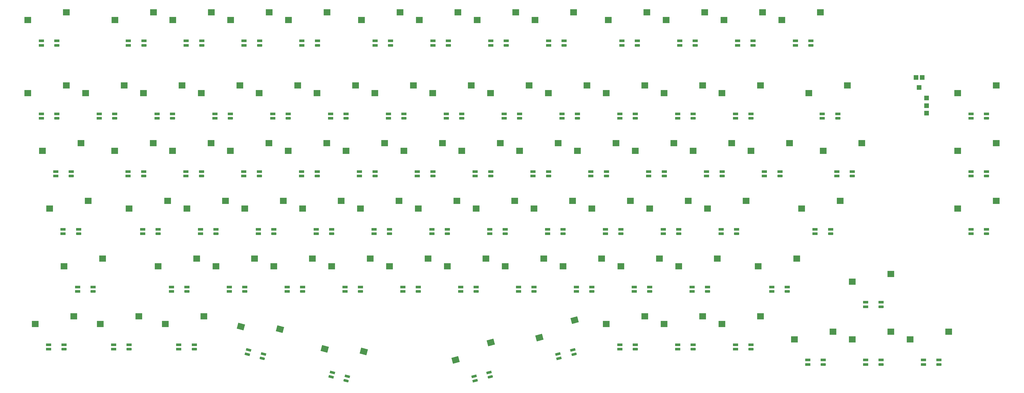
<source format=gbr>
%TF.GenerationSoftware,KiCad,Pcbnew,(6.0.7)*%
%TF.CreationDate,2022-12-11T22:06:55+01:00*%
%TF.ProjectId,middle,6d696464-6c65-42e6-9b69-6361645f7063,rev?*%
%TF.SameCoordinates,Original*%
%TF.FileFunction,Paste,Bot*%
%TF.FilePolarity,Positive*%
%FSLAX46Y46*%
G04 Gerber Fmt 4.6, Leading zero omitted, Abs format (unit mm)*
G04 Created by KiCad (PCBNEW (6.0.7)) date 2022-12-11 22:06:55*
%MOMM*%
%LPD*%
G01*
G04 APERTURE LIST*
G04 Aperture macros list*
%AMRoundRect*
0 Rectangle with rounded corners*
0 $1 Rounding radius*
0 $2 $3 $4 $5 $6 $7 $8 $9 X,Y pos of 4 corners*
0 Add a 4 corners polygon primitive as box body*
4,1,4,$2,$3,$4,$5,$6,$7,$8,$9,$2,$3,0*
0 Add four circle primitives for the rounded corners*
1,1,$1+$1,$2,$3*
1,1,$1+$1,$4,$5*
1,1,$1+$1,$6,$7*
1,1,$1+$1,$8,$9*
0 Add four rect primitives between the rounded corners*
20,1,$1+$1,$2,$3,$4,$5,0*
20,1,$1+$1,$4,$5,$6,$7,0*
20,1,$1+$1,$6,$7,$8,$9,0*
20,1,$1+$1,$8,$9,$2,$3,0*%
%AMRotRect*
0 Rectangle, with rotation*
0 The origin of the aperture is its center*
0 $1 length*
0 $2 width*
0 $3 Rotation angle, in degrees counterclockwise*
0 Add horizontal line*
21,1,$1,$2,0,0,$3*%
G04 Aperture macros list end*
%ADD10R,2.300000X2.000000*%
%ADD11R,1.700000X0.820000*%
%ADD12RoundRect,0.205000X-0.645000X-0.205000X0.645000X-0.205000X0.645000X0.205000X-0.645000X0.205000X0*%
%ADD13RotRect,2.300000X2.000000X165.000000*%
%ADD14RotRect,1.700000X0.820000X345.000000*%
%ADD15RoundRect,0.205000X-0.676080X-0.031077X0.569964X-0.364953X0.676080X0.031077X-0.569964X0.364953X0*%
%ADD16RotRect,2.300000X2.000000X195.000000*%
%ADD17RotRect,1.700000X0.820000X15.000000*%
%ADD18RoundRect,0.205000X-0.569964X-0.364953X0.676080X-0.031077X0.569964X0.364953X-0.676080X0.031077X0*%
%ADD19R,1.500000X1.500000*%
G04 APERTURE END LIST*
D10*
%TO.C,KD13*%
X357700000Y-93615000D03*
X370400000Y-91075000D03*
D11*
X362150000Y-100445000D03*
X362150000Y-101945000D03*
D12*
X367250000Y-101945000D03*
D11*
X367250000Y-100445000D03*
%TD*%
D10*
%TO.C,KA5*%
X161425000Y-69515000D03*
X174125000Y-66975000D03*
D11*
X165875000Y-76345000D03*
X165875000Y-77845000D03*
D12*
X170975000Y-77845000D03*
D11*
X170975000Y-76345000D03*
%TD*%
D10*
%TO.C,KF9*%
X280125000Y-169815000D03*
X292825000Y-167275000D03*
D11*
X284575000Y-176645000D03*
X284575000Y-178145000D03*
D12*
X289675000Y-178145000D03*
D11*
X289675000Y-176645000D03*
%TD*%
D10*
%TO.C,KC7*%
X194400000Y-112665000D03*
X207100000Y-110125000D03*
D11*
X198850000Y-119495000D03*
X198850000Y-120995000D03*
D12*
X203950000Y-120995000D03*
D11*
X203950000Y-119495000D03*
%TD*%
D10*
%TO.C,KE11*%
X292031250Y-150765000D03*
X304731250Y-148225000D03*
D11*
X296481250Y-157595000D03*
X296481250Y-159095000D03*
D12*
X301581250Y-159095000D03*
D11*
X301581250Y-157595000D03*
%TD*%
D10*
%TO.C,KC9*%
X232500000Y-112665000D03*
X245200000Y-110125000D03*
D11*
X236950000Y-119495000D03*
X236950000Y-120995000D03*
D12*
X242050000Y-120995000D03*
D11*
X242050000Y-119495000D03*
%TD*%
D10*
%TO.C,KB9*%
X222975000Y-93615000D03*
X235675000Y-91075000D03*
D11*
X227425000Y-100445000D03*
X227425000Y-101945000D03*
D12*
X232525000Y-101945000D03*
D11*
X232525000Y-100445000D03*
%TD*%
D13*
%TO.C,KF3*%
X121654486Y-170639392D03*
X134579145Y-171472942D03*
D14*
X124185122Y-178388410D03*
X123796894Y-179837299D03*
D15*
X128723115Y-181157276D03*
D14*
X129111344Y-179708387D03*
%TD*%
D10*
%TO.C,KB0*%
X51525000Y-93615000D03*
X64225000Y-91075000D03*
D11*
X55975000Y-100445000D03*
X55975000Y-101945000D03*
D12*
X61075000Y-101945000D03*
D11*
X61075000Y-100445000D03*
%TD*%
D10*
%TO.C,KC2*%
X99150000Y-112665000D03*
X111850000Y-110125000D03*
D11*
X103600000Y-119495000D03*
X103600000Y-120995000D03*
D12*
X108700000Y-120995000D03*
D11*
X108700000Y-119495000D03*
%TD*%
D10*
%TO.C,KD7*%
X199162500Y-131715000D03*
X211862500Y-129175000D03*
D11*
X203612500Y-138545000D03*
X203612500Y-140045000D03*
D12*
X208712500Y-140045000D03*
D11*
X208712500Y-138545000D03*
%TD*%
D10*
%TO.C,KA7*%
X199525000Y-69515000D03*
X212225000Y-66975000D03*
D11*
X203975000Y-76345000D03*
X203975000Y-77845000D03*
D12*
X209075000Y-77845000D03*
D11*
X209075000Y-76345000D03*
%TD*%
D10*
%TO.C,KC3*%
X118200000Y-112665000D03*
X130900000Y-110125000D03*
D11*
X122650000Y-119495000D03*
X122650000Y-120995000D03*
D12*
X127750000Y-120995000D03*
D11*
X127750000Y-119495000D03*
%TD*%
D10*
%TO.C,KA10*%
X261725000Y-69515000D03*
X274425000Y-66975000D03*
D11*
X266175000Y-76345000D03*
X266175000Y-77845000D03*
D12*
X271275000Y-77845000D03*
D11*
X271275000Y-76345000D03*
%TD*%
D10*
%TO.C,KC5*%
X156300000Y-112665000D03*
X169000000Y-110125000D03*
D11*
X160750000Y-119495000D03*
X160750000Y-120995000D03*
D12*
X165850000Y-120995000D03*
D11*
X165850000Y-119495000D03*
%TD*%
D10*
%TO.C,KF11*%
X322987500Y-174865000D03*
X335687500Y-172325000D03*
D11*
X327437500Y-181695000D03*
X327437500Y-183195000D03*
D12*
X332537500Y-183195000D03*
D11*
X332537500Y-181695000D03*
%TD*%
D10*
%TO.C,KE7*%
X208687500Y-150765000D03*
X221387500Y-148225000D03*
D11*
X213137500Y-157595000D03*
X213137500Y-159095000D03*
D12*
X218237500Y-159095000D03*
D11*
X218237500Y-157595000D03*
%TD*%
D10*
%TO.C,KF12*%
X342037500Y-174865000D03*
X354737500Y-172325000D03*
D11*
X346487500Y-181695000D03*
X346487500Y-183195000D03*
D12*
X351587500Y-183195000D03*
D11*
X351587500Y-181695000D03*
%TD*%
D10*
%TO.C,KE5*%
X170587500Y-150765000D03*
X183287500Y-148225000D03*
D11*
X175037500Y-157595000D03*
X175037500Y-159095000D03*
D12*
X180137500Y-159095000D03*
D11*
X180137500Y-157595000D03*
%TD*%
D10*
%TO.C,KB5*%
X146775000Y-93615000D03*
X159475000Y-91075000D03*
D11*
X151225000Y-100445000D03*
X151225000Y-101945000D03*
D12*
X156325000Y-101945000D03*
D11*
X156325000Y-100445000D03*
%TD*%
D10*
%TO.C,KD10*%
X256312500Y-131715000D03*
X269012500Y-129175000D03*
D11*
X260762500Y-138545000D03*
X260762500Y-140045000D03*
D12*
X265862500Y-140045000D03*
D11*
X265862500Y-138545000D03*
%TD*%
D10*
%TO.C,KA0*%
X51525000Y-69515000D03*
X64225000Y-66975000D03*
D11*
X55975000Y-76345000D03*
X55975000Y-77845000D03*
D12*
X61075000Y-77845000D03*
D11*
X61075000Y-76345000D03*
%TD*%
D10*
%TO.C,KD1*%
X84862500Y-131715000D03*
X97562500Y-129175000D03*
D11*
X89312500Y-138545000D03*
X89312500Y-140045000D03*
D12*
X94412500Y-140045000D03*
D11*
X94412500Y-138545000D03*
%TD*%
D10*
%TO.C,KB10*%
X242025000Y-93615000D03*
X254725000Y-91075000D03*
D11*
X246475000Y-100445000D03*
X246475000Y-101945000D03*
D12*
X251575000Y-101945000D03*
D11*
X251575000Y-100445000D03*
%TD*%
D10*
%TO.C,KC11*%
X270600000Y-112665000D03*
X283300000Y-110125000D03*
D11*
X275050000Y-119495000D03*
X275050000Y-120995000D03*
D12*
X280150000Y-120995000D03*
D11*
X280150000Y-119495000D03*
%TD*%
D10*
%TO.C,KF1*%
X75337500Y-169815000D03*
X88037500Y-167275000D03*
D11*
X79787500Y-176645000D03*
X79787500Y-178145000D03*
D12*
X84887500Y-178145000D03*
D11*
X84887500Y-176645000D03*
%TD*%
D10*
%TO.C,KE6*%
X189637500Y-150765000D03*
X202337500Y-148225000D03*
D11*
X194087500Y-157595000D03*
X194087500Y-159095000D03*
D12*
X199187500Y-159095000D03*
D11*
X199187500Y-157595000D03*
%TD*%
D10*
%TO.C,KA3*%
X118275000Y-69515000D03*
X130975000Y-66975000D03*
D11*
X122725000Y-76345000D03*
X122725000Y-77845000D03*
D12*
X127825000Y-77845000D03*
D11*
X127825000Y-76345000D03*
%TD*%
D10*
%TO.C,KE4*%
X151537500Y-150765000D03*
X164237500Y-148225000D03*
D11*
X155987500Y-157595000D03*
X155987500Y-159095000D03*
D12*
X161087500Y-159095000D03*
D11*
X161087500Y-157595000D03*
%TD*%
D10*
%TO.C,KD11*%
X275362500Y-131715000D03*
X288062500Y-129175000D03*
D11*
X279812500Y-138545000D03*
X279812500Y-140045000D03*
D12*
X284912500Y-140045000D03*
D11*
X284912500Y-138545000D03*
%TD*%
D10*
%TO.C,KD8*%
X218212500Y-131715000D03*
X230912500Y-129175000D03*
D11*
X222662500Y-138545000D03*
X222662500Y-140045000D03*
D12*
X227762500Y-140045000D03*
D11*
X227762500Y-138545000D03*
%TD*%
D10*
%TO.C,KF0*%
X53906250Y-169815000D03*
X66606250Y-167275000D03*
D11*
X58356250Y-176645000D03*
X58356250Y-178145000D03*
D12*
X63456250Y-178145000D03*
D11*
X63456250Y-176645000D03*
%TD*%
D10*
%TO.C,KE3*%
X132487500Y-150765000D03*
X145187500Y-148225000D03*
D11*
X136937500Y-157595000D03*
X136937500Y-159095000D03*
D12*
X142037500Y-159095000D03*
D11*
X142037500Y-157595000D03*
%TD*%
D10*
%TO.C,KF10*%
X303937500Y-174865000D03*
X316637500Y-172325000D03*
D11*
X308387500Y-181695000D03*
X308387500Y-183195000D03*
D12*
X313487500Y-183195000D03*
D11*
X313487500Y-181695000D03*
%TD*%
D10*
%TO.C,KC0*%
X56287500Y-112665000D03*
X68987500Y-110125000D03*
D11*
X60737500Y-119495000D03*
X60737500Y-120995000D03*
D12*
X65837500Y-120995000D03*
D11*
X65837500Y-119495000D03*
%TD*%
D10*
%TO.C,KD6*%
X180112500Y-131715000D03*
X192812500Y-129175000D03*
D11*
X184562500Y-138545000D03*
X184562500Y-140045000D03*
D12*
X189662500Y-140045000D03*
D11*
X189662500Y-138545000D03*
%TD*%
D10*
%TO.C,KB2*%
X89625000Y-93615000D03*
X102325000Y-91075000D03*
D11*
X94075000Y-100445000D03*
X94075000Y-101945000D03*
D12*
X99175000Y-101945000D03*
D11*
X99175000Y-100445000D03*
%TD*%
D10*
%TO.C,KC4*%
X137250000Y-112665000D03*
X149950000Y-110125000D03*
D11*
X141700000Y-119495000D03*
X141700000Y-120995000D03*
D12*
X146800000Y-120995000D03*
D11*
X146800000Y-119495000D03*
%TD*%
D10*
%TO.C,KD0*%
X58668750Y-131715000D03*
X71368750Y-129175000D03*
D11*
X63118750Y-138545000D03*
X63118750Y-140045000D03*
D12*
X68218750Y-140045000D03*
D11*
X68218750Y-138545000D03*
%TD*%
D10*
%TO.C,KD3*%
X122962500Y-131715000D03*
X135662500Y-129175000D03*
D11*
X127412500Y-138545000D03*
X127412500Y-140045000D03*
D12*
X132512500Y-140045000D03*
D11*
X132512500Y-138545000D03*
%TD*%
D16*
%TO.C,KF5*%
X192396221Y-181658613D03*
X204006079Y-175918160D03*
D17*
X198462325Y-187104142D03*
X198850554Y-188553031D03*
D18*
X203776776Y-187233054D03*
D17*
X203388547Y-185784165D03*
%TD*%
D10*
%TO.C,KF8*%
X261075000Y-169815000D03*
X273775000Y-167275000D03*
D11*
X265525000Y-176645000D03*
X265525000Y-178145000D03*
D12*
X270625000Y-178145000D03*
D11*
X270625000Y-176645000D03*
%TD*%
D10*
%TO.C,KA11*%
X280775000Y-69515000D03*
X293475000Y-66975000D03*
D11*
X285225000Y-76345000D03*
X285225000Y-77845000D03*
D12*
X290325000Y-77845000D03*
D11*
X290325000Y-76345000D03*
%TD*%
D10*
%TO.C,KD5*%
X161062500Y-131715000D03*
X173762500Y-129175000D03*
D11*
X165512500Y-138545000D03*
X165512500Y-140045000D03*
D12*
X170612500Y-140045000D03*
D11*
X170612500Y-138545000D03*
%TD*%
D10*
%TO.C,KA9*%
X242675000Y-69515000D03*
X255375000Y-66975000D03*
D11*
X247125000Y-76345000D03*
X247125000Y-77845000D03*
D12*
X252225000Y-77845000D03*
D11*
X252225000Y-76345000D03*
%TD*%
D10*
%TO.C,KE8*%
X227737500Y-150765000D03*
X240437500Y-148225000D03*
D11*
X232187500Y-157595000D03*
X232187500Y-159095000D03*
D12*
X237287500Y-159095000D03*
D11*
X237287500Y-157595000D03*
%TD*%
D10*
%TO.C,KB3*%
X108675000Y-93615000D03*
X121375000Y-91075000D03*
D11*
X113125000Y-100445000D03*
X113125000Y-101945000D03*
D12*
X118225000Y-101945000D03*
D11*
X118225000Y-100445000D03*
%TD*%
D10*
%TO.C,KC6*%
X175350000Y-112665000D03*
X188050000Y-110125000D03*
D11*
X179800000Y-119495000D03*
X179800000Y-120995000D03*
D12*
X184900000Y-120995000D03*
D11*
X184900000Y-119495000D03*
%TD*%
D10*
%TO.C,KB8*%
X203925000Y-93615000D03*
X216625000Y-91075000D03*
D11*
X208375000Y-100445000D03*
X208375000Y-101945000D03*
D12*
X213475000Y-101945000D03*
D11*
X213475000Y-100445000D03*
%TD*%
D10*
%TO.C,KA1*%
X80175000Y-69515000D03*
X92875000Y-66975000D03*
D11*
X84625000Y-76345000D03*
X84625000Y-77845000D03*
D12*
X89725000Y-77845000D03*
D11*
X89725000Y-76345000D03*
%TD*%
D10*
%TO.C,KA12*%
X299825000Y-69515000D03*
X312525000Y-66975000D03*
D11*
X304275000Y-76345000D03*
X304275000Y-77845000D03*
D12*
X309375000Y-77845000D03*
D11*
X309375000Y-76345000D03*
%TD*%
D10*
%TO.C,KA8*%
X218575000Y-69515000D03*
X231275000Y-66975000D03*
D11*
X223025000Y-76345000D03*
X223025000Y-77845000D03*
D12*
X228125000Y-77845000D03*
D11*
X228125000Y-76345000D03*
%TD*%
D10*
%TO.C,KE2*%
X113437500Y-150765000D03*
X126137500Y-148225000D03*
D11*
X117887500Y-157595000D03*
X117887500Y-159095000D03*
D12*
X122987500Y-159095000D03*
D11*
X122987500Y-157595000D03*
%TD*%
D10*
%TO.C,KE13*%
X357700000Y-112665000D03*
X370400000Y-110125000D03*
D11*
X362150000Y-119495000D03*
X362150000Y-120995000D03*
D12*
X367250000Y-120995000D03*
D11*
X367250000Y-119495000D03*
%TD*%
D10*
%TO.C,KC8*%
X213450000Y-112665000D03*
X226150000Y-110125000D03*
D11*
X217900000Y-119495000D03*
X217900000Y-120995000D03*
D12*
X223000000Y-120995000D03*
D11*
X223000000Y-119495000D03*
%TD*%
D10*
%TO.C,KD4*%
X142012500Y-131715000D03*
X154712500Y-129175000D03*
D11*
X146462500Y-138545000D03*
X146462500Y-140045000D03*
D12*
X151562500Y-140045000D03*
D11*
X151562500Y-138545000D03*
%TD*%
D10*
%TO.C,KB11*%
X261075000Y-93615000D03*
X273775000Y-91075000D03*
D11*
X265525000Y-100445000D03*
X265525000Y-101945000D03*
D12*
X270625000Y-101945000D03*
D11*
X270625000Y-100445000D03*
%TD*%
D10*
%TO.C,KF7*%
X242025000Y-169815000D03*
X254725000Y-167275000D03*
D11*
X246475000Y-176645000D03*
X246475000Y-178145000D03*
D12*
X251575000Y-178145000D03*
D11*
X251575000Y-176645000D03*
%TD*%
D10*
%TO.C,KE0*%
X63431250Y-150765000D03*
X76131250Y-148225000D03*
D11*
X67881250Y-157595000D03*
X67881250Y-159095000D03*
D12*
X72981250Y-159095000D03*
D11*
X72981250Y-157595000D03*
%TD*%
D10*
%TO.C,KC1*%
X80100000Y-112665000D03*
X92800000Y-110125000D03*
D11*
X84550000Y-119495000D03*
X84550000Y-120995000D03*
D12*
X89650000Y-120995000D03*
D11*
X89650000Y-119495000D03*
%TD*%
D10*
%TO.C,KE1*%
X94387500Y-150765000D03*
X107087500Y-148225000D03*
D11*
X98837500Y-157595000D03*
X98837500Y-159095000D03*
D12*
X103937500Y-159095000D03*
D11*
X103937500Y-157595000D03*
%TD*%
D10*
%TO.C,KC13*%
X313462500Y-112665000D03*
X326162500Y-110125000D03*
D11*
X317912500Y-119495000D03*
X317912500Y-120995000D03*
D12*
X323012500Y-120995000D03*
D11*
X323012500Y-119495000D03*
%TD*%
D10*
%TO.C,KB13*%
X308700000Y-93615000D03*
X321400000Y-91075000D03*
D11*
X313150000Y-100445000D03*
X313150000Y-101945000D03*
D12*
X318250000Y-101945000D03*
D11*
X318250000Y-100445000D03*
%TD*%
D13*
%TO.C,KF4*%
X149255817Y-178035146D03*
X162180475Y-178868697D03*
D14*
X151786453Y-185784165D03*
X151398224Y-187233053D03*
D15*
X156324446Y-188553030D03*
D14*
X156712675Y-187104142D03*
%TD*%
D10*
%TO.C,KA4*%
X137325000Y-69515000D03*
X150025000Y-66975000D03*
D11*
X141775000Y-76345000D03*
X141775000Y-77845000D03*
D12*
X146875000Y-77845000D03*
D11*
X146875000Y-76345000D03*
%TD*%
D10*
%TO.C,KC12*%
X289650000Y-112665000D03*
X302350000Y-110125000D03*
D11*
X294100000Y-119495000D03*
X294100000Y-120995000D03*
D12*
X299200000Y-120995000D03*
D11*
X299200000Y-119495000D03*
%TD*%
D10*
%TO.C,KB12*%
X280125000Y-93615000D03*
X292825000Y-91075000D03*
D11*
X284575000Y-100445000D03*
X284575000Y-101945000D03*
D12*
X289675000Y-101945000D03*
D11*
X289675000Y-100445000D03*
%TD*%
D10*
%TO.C,KB4*%
X127725000Y-93615000D03*
X140425000Y-91075000D03*
D11*
X132175000Y-100445000D03*
X132175000Y-101945000D03*
D12*
X137275000Y-101945000D03*
D11*
X137275000Y-100445000D03*
%TD*%
D10*
%TO.C,KB6*%
X165825000Y-93615000D03*
X178525000Y-91075000D03*
D11*
X170275000Y-100445000D03*
X170275000Y-101945000D03*
D12*
X175375000Y-101945000D03*
D11*
X175375000Y-100445000D03*
%TD*%
D10*
%TO.C,KA6*%
X180475000Y-69515000D03*
X193175000Y-66975000D03*
D11*
X184925000Y-76345000D03*
X184925000Y-77845000D03*
D12*
X190025000Y-77845000D03*
D11*
X190025000Y-76345000D03*
%TD*%
D10*
%TO.C,KA2*%
X99225000Y-69515000D03*
X111925000Y-66975000D03*
D11*
X103675000Y-76345000D03*
X103675000Y-77845000D03*
D12*
X108775000Y-77845000D03*
D11*
X108775000Y-76345000D03*
%TD*%
D10*
%TO.C,KF2*%
X96768750Y-169815000D03*
X109468750Y-167275000D03*
D11*
X101218750Y-176645000D03*
X101218750Y-178145000D03*
D12*
X106318750Y-178145000D03*
D11*
X106318750Y-176645000D03*
%TD*%
D10*
%TO.C,KD2*%
X103912500Y-131715000D03*
X116612500Y-129175000D03*
D11*
X108362500Y-138545000D03*
X108362500Y-140045000D03*
D12*
X113462500Y-140045000D03*
D11*
X113462500Y-138545000D03*
%TD*%
D10*
%TO.C,KF13*%
X357700000Y-131715000D03*
X370400000Y-129175000D03*
D11*
X362150000Y-138545000D03*
X362150000Y-140045000D03*
D12*
X367250000Y-140045000D03*
D11*
X367250000Y-138545000D03*
%TD*%
D10*
%TO.C,KB7*%
X184875000Y-93615000D03*
X197575000Y-91075000D03*
D11*
X189325000Y-100445000D03*
X189325000Y-101945000D03*
D12*
X194425000Y-101945000D03*
D11*
X194425000Y-100445000D03*
%TD*%
D10*
%TO.C,KE10*%
X265837500Y-150765000D03*
X278537500Y-148225000D03*
D11*
X270287500Y-157595000D03*
X270287500Y-159095000D03*
D12*
X275387500Y-159095000D03*
D11*
X275387500Y-157595000D03*
%TD*%
D10*
%TO.C,KB1*%
X70575000Y-93615000D03*
X83275000Y-91075000D03*
D11*
X75025000Y-100445000D03*
X75025000Y-101945000D03*
D12*
X80125000Y-101945000D03*
D11*
X80125000Y-100445000D03*
%TD*%
D10*
%TO.C,KD12*%
X306318750Y-131715000D03*
X319018750Y-129175000D03*
D11*
X310768750Y-138545000D03*
X310768750Y-140045000D03*
D12*
X315868750Y-140045000D03*
D11*
X315868750Y-138545000D03*
%TD*%
D10*
%TO.C,KE9*%
X246787500Y-150765000D03*
X259487500Y-148225000D03*
D11*
X251237500Y-157595000D03*
X251237500Y-159095000D03*
D12*
X256337500Y-159095000D03*
D11*
X256337500Y-157595000D03*
%TD*%
D10*
%TO.C,KC10*%
X251550000Y-112665000D03*
X264250000Y-110125000D03*
D11*
X256000000Y-119495000D03*
X256000000Y-120995000D03*
D12*
X261100000Y-120995000D03*
D11*
X261100000Y-119495000D03*
%TD*%
D10*
%TO.C,KE12*%
X322987500Y-155815000D03*
X335687500Y-153275000D03*
D11*
X327437500Y-162645000D03*
X327437500Y-164145000D03*
D12*
X332537500Y-164145000D03*
D11*
X332537500Y-162645000D03*
%TD*%
D10*
%TO.C,KD9*%
X237262500Y-131715000D03*
X249962500Y-129175000D03*
D11*
X241712500Y-138545000D03*
X241712500Y-140045000D03*
D12*
X246812500Y-140045000D03*
D11*
X246812500Y-138545000D03*
%TD*%
D16*
%TO.C,KF6*%
X219997552Y-174262859D03*
X231607410Y-168522405D03*
D17*
X226063656Y-179708387D03*
X226451885Y-181157276D03*
D18*
X231378106Y-179837299D03*
D17*
X230989878Y-178388410D03*
%TD*%
D19*
%TO.C,U0*%
X345010000Y-91720000D03*
X344010000Y-88420000D03*
X346010000Y-88420000D03*
X347510000Y-95220000D03*
X347510000Y-97720000D03*
X347510000Y-100220000D03*
%TD*%
M02*

</source>
